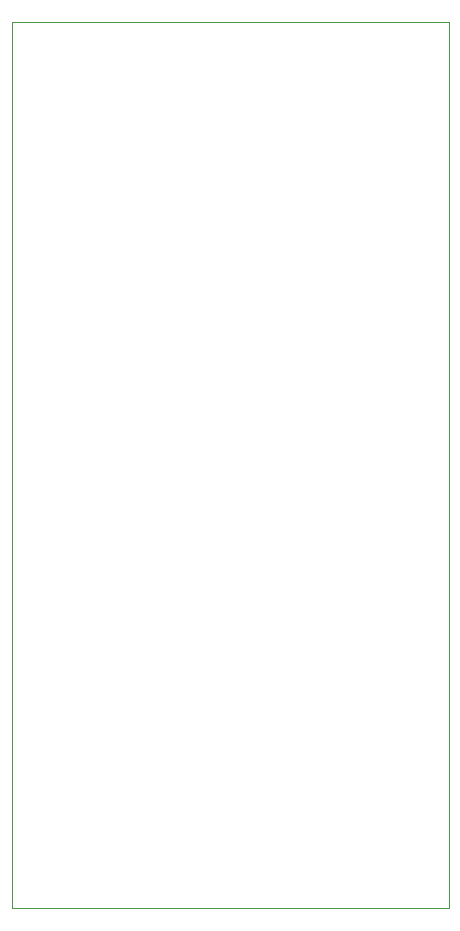
<source format=gm1>
G04 #@! TF.GenerationSoftware,KiCad,Pcbnew,(6.0.7)*
G04 #@! TF.CreationDate,2022-09-12T18:05:54-07:00*
G04 #@! TF.ProjectId,emu6802,656d7536-3830-4322-9e6b-696361645f70,rev?*
G04 #@! TF.SameCoordinates,Original*
G04 #@! TF.FileFunction,Profile,NP*
%FSLAX46Y46*%
G04 Gerber Fmt 4.6, Leading zero omitted, Abs format (unit mm)*
G04 Created by KiCad (PCBNEW (6.0.7)) date 2022-09-12 18:05:54*
%MOMM*%
%LPD*%
G01*
G04 APERTURE LIST*
G04 #@! TA.AperFunction,Profile*
%ADD10C,0.100000*%
G04 #@! TD*
G04 APERTURE END LIST*
D10*
X50800000Y-125800000D02*
X50800000Y-50800000D01*
X50800000Y-50800000D02*
X87800000Y-50800000D01*
X87800000Y-125800000D02*
X50800000Y-125800000D01*
X87800000Y-50800000D02*
X87800000Y-125800000D01*
M02*

</source>
